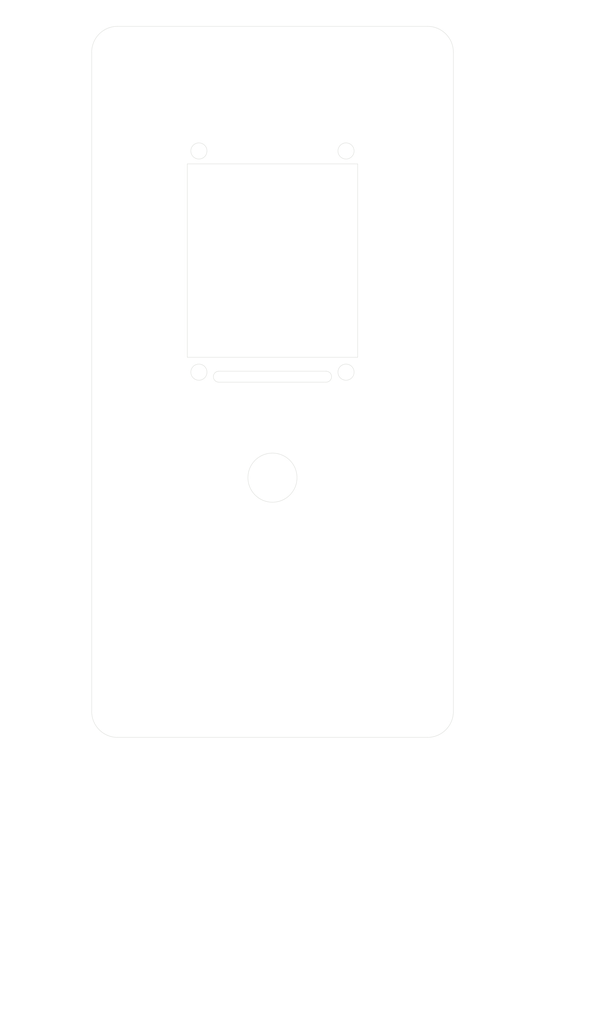
<source format=kicad_pcb>
(kicad_pcb (version 20171130) (host pcbnew 5.1.10)

  (general
    (thickness 1.6)
    (drawings 25)
    (tracks 0)
    (zones 0)
    (modules 4)
    (nets 1)
  )

  (page A4)
  (layers
    (0 F.Cu signal)
    (31 B.Cu signal)
    (32 B.Adhes user)
    (33 F.Adhes user)
    (34 B.Paste user)
    (35 F.Paste user)
    (36 B.SilkS user)
    (37 F.SilkS user)
    (38 B.Mask user)
    (39 F.Mask user)
    (40 Dwgs.User user)
    (41 Cmts.User user)
    (42 Eco1.User user)
    (43 Eco2.User user)
    (44 Edge.Cuts user)
    (45 Margin user)
    (46 B.CrtYd user)
    (47 F.CrtYd user)
    (48 B.Fab user)
    (49 F.Fab user)
  )

  (setup
    (last_trace_width 0.25)
    (trace_clearance 0.2)
    (zone_clearance 0.508)
    (zone_45_only no)
    (trace_min 0.2)
    (via_size 0.8)
    (via_drill 0.4)
    (via_min_size 0.4)
    (via_min_drill 0.3)
    (uvia_size 0.3)
    (uvia_drill 0.1)
    (uvias_allowed no)
    (uvia_min_size 0.2)
    (uvia_min_drill 0.1)
    (edge_width 0.05)
    (segment_width 0.2)
    (pcb_text_width 0.3)
    (pcb_text_size 1.5 1.5)
    (mod_edge_width 0.12)
    (mod_text_size 1 1)
    (mod_text_width 0.15)
    (pad_size 1.524 1.524)
    (pad_drill 0.762)
    (pad_to_mask_clearance 0)
    (aux_axis_origin 0 0)
    (visible_elements FFFFFF7F)
    (pcbplotparams
      (layerselection 0x010fc_ffffffff)
      (usegerberextensions false)
      (usegerberattributes true)
      (usegerberadvancedattributes true)
      (creategerberjobfile true)
      (excludeedgelayer true)
      (linewidth 0.100000)
      (plotframeref false)
      (viasonmask false)
      (mode 1)
      (useauxorigin false)
      (hpglpennumber 1)
      (hpglpenspeed 20)
      (hpglpendiameter 15.000000)
      (psnegative false)
      (psa4output false)
      (plotreference true)
      (plotvalue true)
      (plotinvisibletext false)
      (padsonsilk false)
      (subtractmaskfromsilk false)
      (outputformat 1)
      (mirror false)
      (drillshape 1)
      (scaleselection 1)
      (outputdirectory ""))
  )

  (net 0 "")

  (net_class Default "This is the default net class."
    (clearance 0.2)
    (trace_width 0.25)
    (via_dia 0.8)
    (via_drill 0.4)
    (uvia_dia 0.3)
    (uvia_drill 0.1)
  )

  (module MountingHole:MountingHole_3.2mm_M3_DIN965 (layer F.Cu) (tedit 56D1B4CB) (tstamp 615889B7)
    (at 110.5 138)
    (descr "Mounting Hole 3.2mm, no annular, M3, DIN965")
    (tags "mounting hole 3.2mm no annular m3 din965")
    (attr virtual)
    (fp_text reference hole3 (at 0 -3.8) (layer F.SilkS) hide
      (effects (font (size 1 1) (thickness 0.15)))
    )
    (fp_text value MountingHole_3.2mm_M3_DIN965 (at 0 3.8) (layer F.Fab)
      (effects (font (size 1 1) (thickness 0.15)))
    )
    (fp_circle (center 0 0) (end 3.05 0) (layer F.CrtYd) (width 0.05))
    (fp_circle (center 0 0) (end 2.8 0) (layer Cmts.User) (width 0.15))
    (fp_text user %R (at 0.3 0) (layer F.Fab)
      (effects (font (size 1 1) (thickness 0.15)))
    )
    (pad 1 np_thru_hole circle (at 0 0) (size 3.2 3.2) (drill 3.2) (layers *.Cu *.Mask))
  )

  (module MountingHole:MountingHole_3.2mm_M3_DIN965 (layer F.Cu) (tedit 56D1B4CB) (tstamp 615889B0)
    (at 65.5 34)
    (descr "Mounting Hole 3.2mm, no annular, M3, DIN965")
    (tags "mounting hole 3.2mm no annular m3 din965")
    (attr virtual)
    (fp_text reference hole1 (at 0 -3.8) (layer F.SilkS) hide
      (effects (font (size 1 1) (thickness 0.15)))
    )
    (fp_text value MountingHole_3.2mm_M3_DIN965 (at 0 3.8) (layer F.Fab)
      (effects (font (size 1 1) (thickness 0.15)))
    )
    (fp_circle (center 0 0) (end 2.8 0) (layer Cmts.User) (width 0.15))
    (fp_circle (center 0 0) (end 3.05 0) (layer F.CrtYd) (width 0.05))
    (fp_text user %R (at 0.3 0) (layer F.Fab)
      (effects (font (size 1 1) (thickness 0.15)))
    )
    (pad 1 np_thru_hole circle (at 0 0) (size 3.2 3.2) (drill 3.2) (layers *.Cu *.Mask))
  )

  (module MountingHole:MountingHole_3.2mm_M3_DIN965 (layer F.Cu) (tedit 56D1B4CB) (tstamp 615889A2)
    (at 65.5 138)
    (descr "Mounting Hole 3.2mm, no annular, M3, DIN965")
    (tags "mounting hole 3.2mm no annular m3 din965")
    (attr virtual)
    (fp_text reference hole4 (at 0 -3.8) (layer F.SilkS) hide
      (effects (font (size 1 1) (thickness 0.15)))
    )
    (fp_text value MountingHole_3.2mm_M3_DIN965 (at 0 3.8) (layer F.Fab)
      (effects (font (size 1 1) (thickness 0.15)))
    )
    (fp_circle (center 0 0) (end 2.8 0) (layer Cmts.User) (width 0.15))
    (fp_circle (center 0 0) (end 3.05 0) (layer F.CrtYd) (width 0.05))
    (fp_text user %R (at 0.3 0) (layer F.Fab)
      (effects (font (size 1 1) (thickness 0.15)))
    )
    (pad 1 np_thru_hole circle (at 0 0) (size 3.2 3.2) (drill 3.2) (layers *.Cu *.Mask))
  )

  (module MountingHole:MountingHole_3.2mm_M3_DIN965 (layer F.Cu) (tedit 56D1B4CB) (tstamp 6158899B)
    (at 110.5 34)
    (descr "Mounting Hole 3.2mm, no annular, M3, DIN965")
    (tags "mounting hole 3.2mm no annular m3 din965")
    (attr virtual)
    (fp_text reference hole2 (at 0 -3.8) (layer F.SilkS) hide
      (effects (font (size 1 1) (thickness 0.15)))
    )
    (fp_text value MountingHole_3.2mm_M3_DIN965 (at 0 3.8) (layer F.Fab)
      (effects (font (size 1 1) (thickness 0.15)))
    )
    (fp_circle (center 0 0) (end 3.05 0) (layer F.CrtYd) (width 0.05))
    (fp_circle (center 0 0) (end 2.8 0) (layer Cmts.User) (width 0.15))
    (fp_text user %R (at 0.3 0) (layer F.Fab)
      (effects (font (size 1 1) (thickness 0.15)))
    )
    (pad 1 np_thru_hole circle (at 0 0) (size 3.2 3.2) (drill 3.2) (layers *.Cu *.Mask))
  )

  (gr_circle (center 88 100.8) (end 95.6 100.8) (layer Dwgs.User) (width 0.15))
  (gr_line (start 79.69 84.35) (end 96.29 84.35) (layer Edge.Cuts) (width 0.05))
  (gr_circle (center 76.6 50.28) (end 76.6 51.53) (layer Edge.Cuts) (width 0.05))
  (gr_line (start 79.69 86.05) (end 96.29 86.05) (layer Edge.Cuts) (width 0.05))
  (gr_line (start 101.18 82.2) (end 74.8 82.2) (layer Edge.Cuts) (width 0.05))
  (gr_arc (start 96.29 85.2) (end 96.29 86.05) (angle -180) (layer Edge.Cuts) (width 0.05))
  (gr_circle (center 76.6 84.5) (end 76.6 85.75) (layer Edge.Cuts) (width 0.05))
  (gr_circle (center 99.38 50.28) (end 99.38 51.53) (layer Edge.Cuts) (width 0.05))
  (gr_circle (center 99.38 84.5) (end 99.38 85.75) (layer Edge.Cuts) (width 0.05))
  (gr_arc (start 79.69 85.2) (end 79.69 84.35) (angle -180) (layer Edge.Cuts) (width 0.05))
  (gr_line (start 101.18 52.28) (end 101.18 82.2) (layer Edge.Cuts) (width 0.05))
  (gr_circle (center 87.99 100.82) (end 87.99 104.619999) (layer Edge.Cuts) (width 0.05))
  (gr_line (start 74.8 52.28) (end 101.18 52.28) (layer Edge.Cuts) (width 0.05))
  (gr_line (start 74.8 82.2) (end 74.8 52.28) (layer Edge.Cuts) (width 0.05))
  (gr_line (start 88 29) (end 89 27) (layer Dwgs.User) (width 0.15))
  (gr_line (start 88 143) (end 88 29) (layer Dwgs.User) (width 0.15))
  (gr_arc (start 112 137) (end 112 141) (angle -90) (layer Edge.Cuts) (width 0.05) (tstamp 615889AF))
  (gr_arc (start 64 137) (end 60 137) (angle -90) (layer Edge.Cuts) (width 0.05) (tstamp 615889AE))
  (gr_arc (start 64 35) (end 64 31) (angle -90) (layer Edge.Cuts) (width 0.05) (tstamp 615889AD))
  (gr_arc (start 112 35) (end 116 35) (angle -90) (layer Edge.Cuts) (width 0.05) (tstamp 615889AC))
  (gr_line (start 116 137) (end 116 35) (layer Edge.Cuts) (width 0.05) (tstamp 615889AB))
  (gr_line (start 60 35) (end 60 137) (layer Edge.Cuts) (width 0.05) (tstamp 615889AA))
  (gr_text "Copyright (c) 2021 Florian Jung.\n\nThis source describes Open Hardware and is licensed under the CERN-OHL-S v2.\n\nYou may redistribute and modify this source and make products using it under\nthe terms of the CERN-OHL-S v2 (https://ohwr.org/cern_ohl_s_v2.txt).\n\nThis source is distributed WITHOUT ANY EXPRESS OR IMPLIED WARRANTY,\nINCLUDING OF MERCHANTABILITY, SATISFACTORY QUALITY AND FITNESS FOR A\nPARTICULAR PURPOSE. Please see the CERN-OHL-S v2 for applicable conditions.\n\nSource location: https://github.com/Windfisch/midikraken\n\nAs per CERN-OHL-S v2 section 4, should You produce hardware based on this\nsource, You must where practicable maintain the Source Location visible\non the external case of the Gizmo or other products you make using this\ns" (at 45.8 164.9) (layer Cmts.User) (tstamp 615889A9)
    (effects (font (size 1.5 1.5) (thickness 0.15)) (justify left))
  )
  (gr_line (start 112 141) (end 64 141) (layer Edge.Cuts) (width 0.05) (tstamp 6158899A))
  (gr_line (start 64 31) (end 112 31) (layer Edge.Cuts) (width 0.05) (tstamp 61588999))

)

</source>
